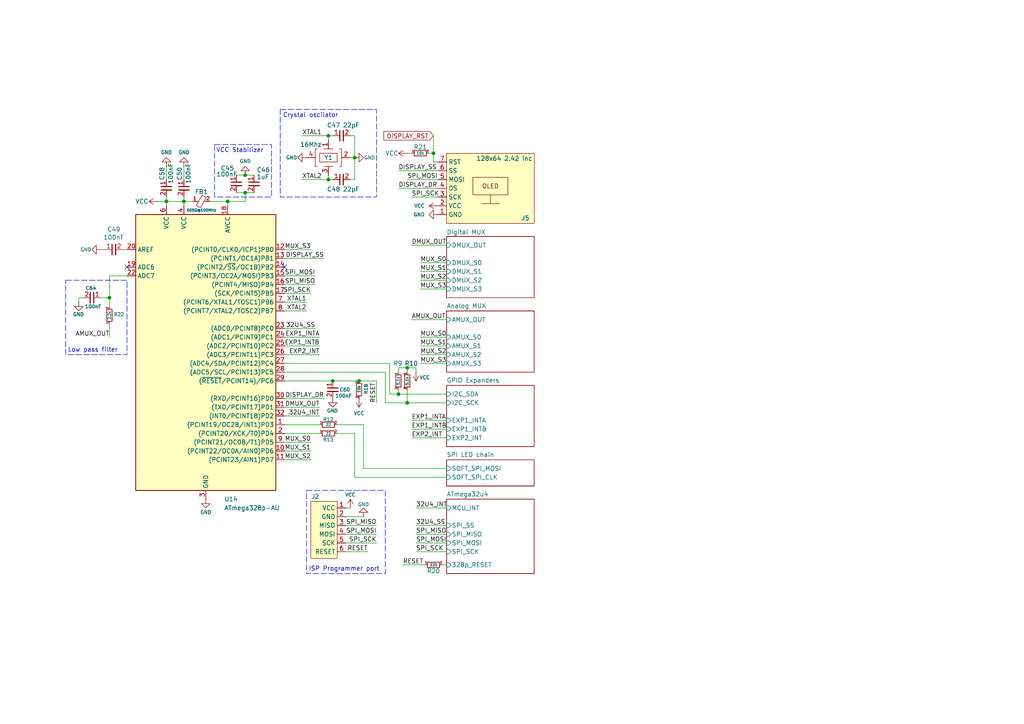
<source format=kicad_sch>
(kicad_sch (version 20250114) (generator "eeschema") (generator_version "9.0")
  (paper "A4")
  (lib_symbols
    (symbol "Symbols:16Mhz_Crystal"
      (property "Reference" "Y" (at 0 0 0))
      (symbol "16Mhz_Crystal_0_1"
        (polyline (pts (xy -3.81 1.27) (xy -3.81 2.54) (xy -3.175 2.54)))
        (polyline (pts (xy -3.81 -1.27) (xy -3.81 1.27)))
        (polyline (pts (xy -3.81 -1.27) (xy -3.81 -2.54) (xy -3.175 -2.54)))
        (rectangle (start -2.54 1.27) (end 2.54 -1.27))
        (polyline (pts (xy -1.27 2.54) (xy -1.27 2.54)))
        (polyline (pts (xy -1.27 2.54) (xy 1.27 2.54)))
        (polyline (pts (xy -1.27 -2.54) (xy 1.27 -2.54)))
        (polyline (pts (xy 3.81 1.27) (xy 3.81 -1.27)))
        (polyline (pts (xy 3.81 1.27) (xy 3.81 2.54) (xy 3.175 2.54)))
        (polyline (pts (xy 3.81 -1.27) (xy 3.81 -2.54) (xy 3.175 -2.54)))
      )
      (symbol "16Mhz_Crystal_1_1"
        (pin power_in line (at -6.35 0 0) (length 2.54) (name "") (number "4"))
        (pin bidirectional line (at 0 5.08 270) (length 2.54) (name "") (number "1"))
        (pin bidirectional line (at 0 -5.08 90) (length 2.54) (name "") (number "3"))
        (pin power_in line (at 6.35 0 180) (length 2.54) (name "") (number "2"))
      )
    )
    (symbol "Symbols:ATMEGA328P-AU"
      (property "Reference" "U" (at -21.336 43.18 0))
      (symbol "ATMEGA328P-AU_0_1"
        (polyline (pts (xy -2.54 38.1) (xy -2.54 38.1)))
      )
      (symbol "ATMEGA328P-AU_1_1"
        (rectangle (start -22.86 40.64) (end 17.78 -39.37) (stroke (width 0.254)) (fill (type color) (color 255 255 194 1)))
        (pin passive line (at -25.4 30.48 0) (length 2.54) (name "AREF") (number "20"))
        (pin input line (at -25.4 25.4 0) (length 2.54) (name "ADC6") (number "19"))
        (pin input line (at -25.4 22.86 0) (length 2.54) (name "ADC7") (number "22"))
        (pin power_in line (at -13.97 43.18 270) (length 2.54) (name "VCC") (number "6"))
        (pin power_in line (at -8.89 43.18 270) (length 2.54) (name "VCC") (number "4"))
        (pin power_in line (at -2.54 -41.91 90) (length 2.54) (name "GND") (number "3"))
        (pin power_in line (at 3.81 43.18 270) (length 2.54) (name "AVCC") (number "18"))
        (pin bidirectional line (at 20.32 30.48 180) (length 2.54) (name "(PCINT0/CLK0/ICP1)PB0") (number "12"))
        (pin bidirectional line (at 20.32 27.94 180) (length 2.54) (name "(PCINT1/OC1A)PB1") (number "13"))
        (pin bidirectional line (at 20.32 25.4 180) (length 2.54) (name "(PCINT2/~{SS}/OC1B)PB2") (number "14"))
        (pin bidirectional line (at 20.32 22.86 180) (length 2.54) (name "(PCINT3/OC2A/MOSI)PB3") (number "15"))
        (pin bidirectional line (at 20.32 20.32 180) (length 2.54) (name "(PCINT4/MISO)PB4") (number "16"))
        (pin bidirectional line (at 20.32 17.78 180) (length 2.54) (name "(SCK/PCINT5)PB5") (number "17"))
        (pin bidirectional line (at 20.32 15.24 180) (length 2.54) (name "(PCINT6/XTAL1/TOSC1)PB6") (number "7"))
        (pin bidirectional line (at 20.32 12.7 180) (length 2.54) (name "(PCINT7/XTAL2/TOSC2)PB7") (number "8"))
        (pin bidirectional line (at 20.32 7.62 180) (length 2.54) (name "(ADC0/PCINT8)PC0") (number "23"))
        (pin bidirectional line (at 20.32 5.08 180) (length 2.54) (name "(ADC1/PCINT9)PC1") (number "24"))
        (pin bidirectional line (at 20.32 2.54 180) (length 2.54) (name "(ADC2/PCINT10)PC2") (number "25"))
        (pin bidirectional line (at 20.32 0 180) (length 2.54) (name "(ADC3/PCINT11)PC3") (number "26"))
        (pin bidirectional line (at 20.32 -2.54 180) (length 2.54) (name "(ADC4/SDA/PCINT12)PC4") (number "27"))
        (pin bidirectional line (at 20.32 -5.08 180) (length 2.54) (name "(ADC5/SCL/PCINT13)PC5") (number "28"))
        (pin bidirectional line (at 20.32 -7.62 180) (length 2.54) (name "(~{RESET}/PCINT14)/PC6") (number "29"))
        (pin bidirectional line (at 20.32 -12.7 180) (length 2.54) (name "(RXD/PCINT16)PD0") (number "30"))
        (pin bidirectional line (at 20.32 -15.24 180) (length 2.54) (name "(TXD/PCINT17)PD1") (number "31"))
        (pin bidirectional line (at 20.32 -17.78 180) (length 2.54) (name "(INT0/PCINT18)PD2") (number "32"))
        (pin bidirectional line (at 20.32 -20.32 180) (length 2.54) (name "(PCINT19/OC2B/INT1)PD3") (number "1"))
        (pin bidirectional line (at 20.32 -22.86 180) (length 2.54) (name "(PCINT20/XCK/T0)PD4") (number "2"))
        (pin bidirectional line (at 20.32 -25.4 180) (length 2.54) (name "(PCINT21/OC0B/T1)PD5") (number "9"))
        (pin bidirectional line (at 20.32 -27.94 180) (length 2.54) (name "(PCINT22/OC0A/AIN0)PD6") (number "10"))
        (pin bidirectional line (at 20.32 -30.48 180) (length 2.54) (name "(PCINT23/AIN1)PD7") (number "11"))
      )
    )
    (symbol "Symbols:Capacitor 0603"
      (property "Reference" "C" (at -3.048 0 90))
      (symbol "Capacitor 0603_0_1"
        (polyline (pts (xy -1.524 0.508) (xy 1.524 0.508)) (stroke (width 0.3048)))
        (polyline (pts (xy -1.524 -0.508) (xy 1.524 -0.508)) (stroke (width 0.3302)))
      )
      (symbol "Capacitor 0603_1_1"
        (pin passive line (at 0 2.54 270) (length 2.032) (name "~") (number "1"))
        (pin passive line (at 0 -2.54 90) (length 2.032) (name "~") (number "2"))
      )
    )
    (symbol "Symbols:Ferrite_beat"
      (property "Reference" "FB" (at 3.302 0 0))
      (symbol "Ferrite_beat_0_1"
        (polyline (pts (xy -1.8288 0.2794) (xy -1.1176 1.4986) (xy 1.8288 -0.2032) (xy 1.1176 -1.4224) (xy -1.8288 0.2794)))
        (polyline (pts (xy 0 0.889) (xy 0 1.2954)))
        (polyline (pts (xy 0 -1.27) (xy 0 -0.7874)))
      )
      (symbol "Ferrite_beat_1_1"
        (pin passive line (at 0 2.54 270) (length 1.27) (name "~") (number "1"))
        (pin passive line (at 0 -2.54 90) (length 1.27) (name "~") (number "2"))
      )
    )
    (symbol "Symbols:GND" (power) (pin_numbers (hide yes)) (pin_names (hide yes))
      (property "Value" "GND" (at 0 -3.302 0))
      (symbol "GND_0_1"
        (polyline (pts (xy 0 0) (xy 0 -1.27) (xy 1.27 -1.27) (xy 0 -2.54) (xy -1.27 -1.27) (xy 0 -1.27)))
      )
      (symbol "GND_1_1"
        (pin power_in line (at 0 0 270) (length 0) (name "~") (number ""))
      )
    )
    (symbol "Symbols:ISP_Port"
      (property "Reference" "J" (at -1.524 9.652 0))
      (symbol "ISP_Port_1_1"
        (rectangle (start -5.08 8.255) (end 2.54 -8.255) (fill (type background)))
        (pin passive line (at 5.08 6.35 180) (length 2.54) (name "VCC") (number "1"))
        (pin passive line (at 5.08 3.81 180) (length 2.54) (name "GND") (number "2"))
        (pin passive line (at 5.08 1.27 180) (length 2.54) (name "MISO") (number "3"))
        (pin passive line (at 5.08 -1.27 180) (length 2.54) (name "MOSI") (number "4"))
        (pin passive line (at 5.08 -3.81 180) (length 2.54) (name "SCK") (number "5"))
        (pin passive line (at 5.08 -6.35 180) (length 2.54) (name "RESET") (number "6"))
      )
    )
    (symbol "Symbols:Resistor 0603"
      (property "Reference" "R" (at -2.032 0 90))
      (symbol "Resistor 0603_0_1"
        (rectangle (start -0.762 1.778) (end 0.762 -1.778) (stroke (width 0.2032)))
      )
      (symbol "Resistor 0603_1_1"
        (pin passive line (at 0 2.54 270) (length 0.762) (name "~") (number "1"))
        (pin passive line (at 0 -2.54 90) (length 0.762) (name "~") (number "2"))
      )
    )
    (symbol "Symbols:SPI_OLED_Display"
      (property "Reference" "U" (at 11.176 8.382 0))
      (property "Value" "128x64 2.42 inc" (at 4.064 -8.382 0))
      (symbol "SPI_OLED_Display_0_1"
        (rectangle (start 5.08 -1.905) (end -5.08 3.175))
      )
      (symbol "SPI_OLED_Display_1_1"
        (rectangle (start -12.7 10.16) (end 12.7 -10.16) (fill (type background)))
        (polyline (pts (xy 0 -1.905) (xy 0 -4.445) (xy -2.54 -4.445) (xy 2.54 -4.445) (xy 0 -4.445) (xy 0 -1.905)))
        (text "OLED" (at 0 0.635 0) (effects (font (size 1.27 1.27))))
        (pin input line (at -15.24 7.62 0) (length 2.54) (name "RST") (number "7"))
        (pin input line (at -15.24 5.08 0) (length 2.54) (name "SS") (number "6"))
        (pin input line (at -15.24 2.54 0) (length 2.54) (name "MOSI") (number "5"))
        (pin input line (at -15.24 0 0) (length 2.54) (name "DS") (number "4"))
        (pin input line (at -15.24 -2.54 0) (length 2.54) (name "SCK") (number "3"))
        (pin power_in line (at -15.24 -5.08 0) (length 2.54) (name "VCC") (number "2"))
        (pin power_in line (at -15.24 -7.62 0) (length 2.54) (name "GND") (number "1"))
      )
    )
    (symbol "Symbols:VCC" (power) (pin_numbers (hide yes)) (pin_names (hide yes))
      (property "Value" "VCC" (at 0 3.81 0))
      (symbol "VCC_0_1"
        (polyline (pts (xy -0.762 1.27) (xy 0 2.54)))
        (polyline (pts (xy 0 2.54) (xy 0.762 1.27)))
        (polyline (pts (xy 0 0) (xy 0 2.54)))
      )
      (symbol "VCC_1_1"
        (pin power_in line (at 0 0 90) (length 0) (name "~") (number ""))
      )
    )
  )
  (rectangle (start 19.05 81.28) (end 36.83 102.87) (stroke (width 0) (type dash)))
  (rectangle (start 62.23 41.91) (end 78.74 57.15) (stroke (width 0) (type dash)))
  (rectangle (start 81.28 31.75) (end 109.22 57.15) (stroke (width 0) (type dash)))
  (rectangle (start 88.9 142.24) (end 111.76 166.37) (stroke (width 0) (type dash)))
  (text "ISP Programmer port\n" (at 99.822 165.1 0) (effects (font (size 1.27 1.27))))
  (text "Crystal oscilator" (at 82.042 33.528 0) (effects (font (size 1.27 1.27)) (justify left)))
  (text "Low pass filter\n" (at 26.924 101.6 0) (effects (font (size 1.27 1.27))))
  (text "VCC Stabilizer\n" (at 69.596 43.688 0) (effects (font (size 1.27 1.27))))
  (junction (at 118.11 116.84))
  (junction (at 53.34 58.42))
  (junction (at 95.25 39.37))
  (junction (at 71.12 50.8))
  (junction (at 96.52 110.49))
  (junction (at 71.12 55.88))
  (junction (at 115.57 114.3))
  (junction (at 118.11 106.68))
  (junction (at 48.26 58.42))
  (junction (at 95.25 52.07))
  (junction (at 66.04 58.42))
  (junction (at 125.73 44.45))
  (junction (at 31.75 86.36))
  (junction (at 104.14 110.49))
  (junction (at 102.87 45.72))
  (no_connect (at 36.83 77.47))
  (no_connect (at 82.55 77.47))
  (wire (pts (xy 118.11 116.84) (xy 129.54 116.84)))
  (wire (pts (xy 102.87 45.72) (xy 102.87 52.07)))
  (wire (pts (xy 120.65 157.48) (xy 129.54 157.48)))
  (wire (pts (xy 105.41 123.19) (xy 105.41 135.89)))
  (wire (pts (xy 113.03 114.3) (xy 115.57 114.3)))
  (wire (pts (xy 82.55 105.41) (xy 113.03 105.41)))
  (wire (pts (xy 29.21 72.39) (xy 30.48 72.39)))
  (wire (pts (xy 118.11 106.68) (xy 118.11 107.95)))
  (wire (pts (xy 102.87 39.37) (xy 102.87 45.72)))
  (wire (pts (xy 120.65 160.02) (xy 129.54 160.02)))
  (wire (pts (xy 100.33 157.48) (xy 109.22 157.48)))
  (wire (pts (xy 71.12 55.88) (xy 73.66 55.88)))
  (wire (pts (xy 100.33 149.86) (xy 105.41 149.86)))
  (wire (pts (xy 125.73 46.99) (xy 127 46.99)))
  (wire (pts (xy 119.38 124.46) (xy 129.54 124.46)))
  (wire (pts (xy 100.33 154.94) (xy 109.22 154.94)))
  (wire (pts (xy 100.33 152.4) (xy 109.22 152.4)))
  (wire (pts (xy 118.11 44.45) (xy 119.38 44.45)))
  (wire (pts (xy 71.12 55.88) (xy 71.12 58.42)))
  (wire (pts (xy 95.25 52.07) (xy 95.25 50.8)))
  (wire (pts (xy 121.92 102.87) (xy 129.54 102.87)))
  (wire (pts (xy 68.58 55.88) (xy 71.12 55.88)))
  (wire (pts (xy 115.57 113.03) (xy 115.57 114.3)))
  (wire (pts (xy 96.52 110.49) (xy 104.14 110.49)))
  (wire (pts (xy 97.79 123.19) (xy 105.41 123.19)))
  (wire (pts (xy 125.73 44.45) (xy 125.73 39.37)))
  (wire (pts (xy 87.63 39.37) (xy 95.25 39.37)))
  (wire (pts (xy 121.92 81.28) (xy 129.54 81.28)))
  (wire (pts (xy 116.84 163.83) (xy 123.19 163.83)))
  (wire (pts (xy 104.14 110.49) (xy 109.22 110.49)))
  (wire (pts (xy 82.55 115.57) (xy 93.98 115.57)))
  (wire (pts (xy 121.92 105.41) (xy 129.54 105.41)))
  (wire (pts (xy 124.46 44.45) (xy 125.73 44.45)))
  (wire (pts (xy 115.57 54.61) (xy 127 54.61)))
  (wire (pts (xy 118.11 113.03) (xy 118.11 116.84)))
  (wire (pts (xy 105.41 135.89) (xy 129.54 135.89)))
  (wire (pts (xy 96.52 52.07) (xy 95.25 52.07)))
  (wire (pts (xy 119.38 71.12) (xy 129.54 71.12)))
  (wire (pts (xy 48.26 58.42) (xy 48.26 59.69)))
  (wire (pts (xy 101.6 39.37) (xy 102.87 39.37)))
  (wire (pts (xy 115.57 106.68) (xy 115.57 107.95)))
  (wire (pts (xy 121.92 78.74) (xy 129.54 78.74)))
  (wire (pts (xy 82.55 120.65) (xy 92.71 120.65)))
  (wire (pts (xy 82.55 133.35) (xy 90.17 133.35)))
  (wire (pts (xy 82.55 102.87) (xy 92.71 102.87)))
  (wire (pts (xy 82.55 74.93) (xy 93.98 74.93)))
  (wire (pts (xy 82.55 80.01) (xy 91.44 80.01)))
  (wire (pts (xy 53.34 58.42) (xy 55.88 58.42)))
  (wire (pts (xy 36.83 80.01) (xy 31.75 80.01)))
  (wire (pts (xy 101.6 52.07) (xy 102.87 52.07)))
  (wire (pts (xy 115.57 114.3) (xy 129.54 114.3)))
  (wire (pts (xy 82.55 118.11) (xy 92.71 118.11)))
  (wire (pts (xy 82.55 85.09) (xy 90.17 85.09)))
  (wire (pts (xy 82.55 125.73) (xy 92.71 125.73)))
  (wire (pts (xy 48.26 48.26) (xy 48.26 52.07)))
  (wire (pts (xy 100.33 160.02) (xy 106.68 160.02)))
  (wire (pts (xy 125.73 46.99) (xy 125.73 44.45)))
  (wire (pts (xy 128.27 163.83) (xy 129.54 163.83)))
  (wire (pts (xy 113.03 105.41) (xy 113.03 114.3)))
  (wire (pts (xy 82.55 123.19) (xy 92.71 123.19)))
  (wire (pts (xy 95.25 40.64) (xy 95.25 39.37)))
  (wire (pts (xy 45.72 58.42) (xy 48.26 58.42)))
  (wire (pts (xy 31.75 86.36) (xy 29.21 86.36)))
  (wire (pts (xy 119.38 57.15) (xy 127 57.15)))
  (wire (pts (xy 71.12 50.8) (xy 73.66 50.8)))
  (wire (pts (xy 120.65 152.4) (xy 129.54 152.4)))
  (wire (pts (xy 82.55 95.25) (xy 91.44 95.25)))
  (wire (pts (xy 120.65 106.68) (xy 120.65 107.95)))
  (wire (pts (xy 121.92 100.33) (xy 129.54 100.33)))
  (wire (pts (xy 120.65 154.94) (xy 129.54 154.94)))
  (wire (pts (xy 119.38 127) (xy 129.54 127)))
  (wire (pts (xy 100.33 147.32) (xy 101.6 147.32)))
  (wire (pts (xy 31.75 86.36) (xy 31.75 88.9)))
  (wire (pts (xy 120.65 147.32) (xy 129.54 147.32)))
  (wire (pts (xy 60.96 58.42) (xy 66.04 58.42)))
  (wire (pts (xy 82.55 100.33) (xy 92.71 100.33)))
  (wire (pts (xy 82.55 110.49) (xy 96.52 110.49)))
  (wire (pts (xy 115.57 49.53) (xy 127 49.53)))
  (wire (pts (xy 82.55 87.63) (xy 88.9 87.63)))
  (wire (pts (xy 53.34 58.42) (xy 53.34 59.69)))
  (wire (pts (xy 101.6 45.72) (xy 102.87 45.72)))
  (wire (pts (xy 111.76 107.95) (xy 111.76 116.84)))
  (wire (pts (xy 68.58 50.8) (xy 71.12 50.8)))
  (wire (pts (xy 121.92 83.82) (xy 129.54 83.82)))
  (wire (pts (xy 102.87 138.43) (xy 129.54 138.43)))
  (wire (pts (xy 87.63 52.07) (xy 95.25 52.07)))
  (wire (pts (xy 82.55 97.79) (xy 92.71 97.79)))
  (wire (pts (xy 31.75 93.98) (xy 31.75 97.79)))
  (wire (pts (xy 95.25 39.37) (xy 96.52 39.37)))
  (wire (pts (xy 82.55 82.55) (xy 91.44 82.55)))
  (wire (pts (xy 82.55 128.27) (xy 90.17 128.27)))
  (wire (pts (xy 115.57 106.68) (xy 118.11 106.68)))
  (wire (pts (xy 22.86 86.36) (xy 24.13 86.36)))
  (wire (pts (xy 66.04 58.42) (xy 71.12 58.42)))
  (wire (pts (xy 31.75 80.01) (xy 31.75 86.36)))
  (wire (pts (xy 121.92 76.2) (xy 129.54 76.2)))
  (wire (pts (xy 102.87 125.73) (xy 102.87 138.43)))
  (wire (pts (xy 121.92 97.79) (xy 129.54 97.79)))
  (wire (pts (xy 82.55 72.39) (xy 90.17 72.39)))
  (wire (pts (xy 119.38 121.92) (xy 129.54 121.92)))
  (wire (pts (xy 82.55 130.81) (xy 90.17 130.81)))
  (wire (pts (xy 82.55 107.95) (xy 111.76 107.95)))
  (wire (pts (xy 109.22 110.49) (xy 109.22 116.84)))
  (wire (pts (xy 53.34 57.15) (xy 53.34 58.42)))
  (wire (pts (xy 53.34 48.26) (xy 53.34 52.07)))
  (wire (pts (xy 22.86 87.63) (xy 22.86 86.36)))
  (wire (pts (xy 82.55 90.17) (xy 88.9 90.17)))
  (wire (pts (xy 119.38 92.71) (xy 129.54 92.71)))
  (wire (pts (xy 35.56 72.39) (xy 36.83 72.39)))
  (wire (pts (xy 97.79 125.73) (xy 102.87 125.73)))
  (wire (pts (xy 111.76 116.84) (xy 118.11 116.84)))
  (wire (pts (xy 66.04 58.42) (xy 66.04 59.69)))
  (wire (pts (xy 118.11 106.68) (xy 120.65 106.68)))
  (wire (pts (xy 118.11 52.07) (xy 127 52.07)))
  (wire (pts (xy 48.26 58.42) (xy 53.34 58.42)))
  (wire (pts (xy 48.26 57.15) (xy 48.26 58.42)))
  (label "EXP1_INTB" (at 119.38 124.46 0))
  (label "SPI_MOSI" (at 118.11 52.07 0))
  (label "DMUX_OUT" (at 119.38 71.12 0))
  (label "MUX_S0" (at 90.17 128.27 180))
  (label "SPI_SCK" (at 109.22 157.48 180))
  (label "SPI_MOSI" (at 120.65 157.48 0))
  (label "SPI_MOSI" (at 109.22 154.94 180))
  (label "DMUX_OUT" (at 92.71 118.11 180))
  (label "SPI_SCK" (at 119.38 57.15 0))
  (label "MUX_S1" (at 121.92 100.33 0))
  (label "MUX_S2" (at 121.92 102.87 0))
  (label "MUX_S2" (at 121.92 81.28 0))
  (label "SPI_MOSI" (at 91.44 80.01 180))
  (label "SPI_MISO" (at 109.22 152.4 180))
  (label "32U4_SS" (at 120.65 152.4 0))
  (label "DISPLAY_DR" (at 93.98 115.57 180))
  (label "RESET" (at 106.68 160.02 180))
  (label "RESET" (at 116.84 163.83 0))
  (label "MUX_S1" (at 121.92 78.74 0))
  (label "AMUX_OUT" (at 119.38 92.71 0))
  (label "MUX_S3" (at 90.17 72.39 180))
  (label "32U4_INT" (at 120.65 147.32 0))
  (label "XTAL2" (at 87.63 52.07 0))
  (label "DISPLAY_SS" (at 115.57 49.53 0))
  (label "XTAL2" (at 88.9 90.17 180))
  (label "EXP1_INTB" (at 92.71 100.33 180))
  (label "MUX_S3" (at 121.92 105.41 0))
  (label "MUX_S2" (at 90.17 133.35 180))
  (label "MUX_S0" (at 121.92 76.2 0))
  (label "XTAL1" (at 88.9 87.63 180))
  (label "RESET" (at 109.22 116.84 90))
  (label "SPI_MISO" (at 120.65 154.94 0))
  (label "MUX_S1" (at 90.17 130.81 180))
  (label "MUX_S0" (at 121.92 97.79 0))
  (label "SPI_SCK" (at 120.65 160.02 0))
  (label "EXP2_INT" (at 92.71 102.87 180))
  (label "MUX_S3" (at 121.92 83.82 0))
  (label "DISPLAY_SS" (at 93.98 74.93 180))
  (label "SPI_SCK" (at 90.17 85.09 180))
  (label "AMUX_OUT" (at 31.75 97.79 180))
  (label "EXP2_INT" (at 119.38 127 0))
  (label "32U4_SS" (at 91.44 95.25 180))
  (label "DISPLAY_DR" (at 115.57 54.61 0))
  (label "EXP1_INTA" (at 119.38 121.92 0))
  (label "SPI_MISO" (at 91.44 82.55 180))
  (label "32U4_INT" (at 92.71 120.65 180))
  (label "XTAL1" (at 87.63 39.37 0))
  (label "EXP1_INTA" (at 92.71 97.79 180))
  (global_label "DISPLAY_RST" (shape input) (at 125.73 39.37 180) (property "Intersheetrefs" "${INTERSHEET_REFS}" (effects (hide yes))))
  (symbol (lib_id "Symbols:Resistor 0603") (at 95.25 125.73 90) (unit 1)
    (property "Reference" "R13" (at 96.774 127.508 90) (effects (font (size 1.016 1.016)) (justify left)))
    (property "Value" "22" (at 95.25 125.73 90) (effects (font (size 0.762 0.762))))
    (property "Footprint" "Footprints:0603_R" (effects (hide yes)))
  )
  (symbol (lib_id "Symbols:VCC") (at 127 59.69 90) (unit 1)
    (property "Reference" "#PWR0124" (effects (hide yes)))
    (property "Value" "VCC" (at 123.19 59.6899 90) (effects (font (size 1.016 1.016)) (justify left)))
  )
  (symbol (lib_id "Symbols:GND") (at 59.69 144.78 0) (unit 1)
    (property "Reference" "#PWR0127" (effects (hide yes)))
    (property "Value" "GND" (at 59.69 148.59 0) (effects (font (size 1.016 1.016))))
  )
  (symbol (lib_id "Symbols:16Mhz_Crystal") (at 95.25 45.72 0) (unit 1)
    (property "Reference" "Y1" (at 95.25 45.72 0))
    (property "Value" "16Mhz" (at 90.17 41.91 0))
    (property "Footprint" "Footprints:Crystal Oscillator 16MHz" (effects (hide yes)))
  )
  (symbol (lib_id "Symbols:Capacitor 0603") (at 96.52 113.03 0) (unit 1)
    (property "Reference" "C60" (at 101.6 113.03 0) (effects (font (size 1.016 1.016)) (justify right)))
    (property "Value" "100nF" (at 102.108 114.808 0) (effects (font (size 1.016 1.016)) (justify right)))
    (property "Footprint" "Footprints:0603_C" (effects (hide yes)))
  )
  (symbol (lib_id "Symbols:VCC") (at 45.72 58.42 90) (unit 1)
    (property "Reference" "#PWR0128" (effects (hide yes)))
    (property "Value" "VCC" (at 41.148 58.42 90))
  )
  (symbol (lib_id "Symbols:GND") (at 88.9 45.72 270) (unit 1)
    (property "Reference" "#PWR0125" (effects (hide yes)))
    (property "Value" "GND" (at 84.582 45.72 90) (effects (font (size 1.016 1.016))))
  )
  (symbol (lib_id "Symbols:Capacitor 0603") (at 48.26 54.61 0) (unit 1)
    (property "Reference" "C58" (at 46.99 52.324 90) (effects (justify left)))
    (property "Value" "100nF" (at 49.53 53.34 90) (effects (justify left)))
    (property "Footprint" "Footprints:0603_C" (effects (hide yes)))
  )
  (symbol (lib_id "Symbols:Capacitor 0603") (at 99.06 39.37 90) (unit 1)
    (property "Reference" "C47" (at 96.774 36.322 90))
    (property "Value" "22pF" (at 101.854 36.322 90))
    (property "Footprint" "Footprints:0603_C" (effects (hide yes)))
  )
  (symbol (lib_id "Symbols:GND") (at 127 62.23 270) (unit 1)
    (property "Reference" "#PWR0114" (effects (hide yes)))
    (property "Value" "GND" (at 123.19 62.2299 90) (effects (font (size 1.016 1.016)) (justify right)))
  )
  (symbol (lib_id "Symbols:GND") (at 53.34 48.26 180) (unit 1)
    (property "Reference" "#PWR0130" (effects (hide yes)))
    (property "Value" "GND" (at 53.34 44.196 0) (effects (font (size 1.016 1.016))))
  )
  (symbol (lib_id "Symbols:ATMEGA328P-AU") (at 62.23 102.87 0) (unit 1)
    (property "Reference" "U14" (at 65.024 144.78 0) (effects (justify left)))
    (property "Value" "ATmega328p-AU" (at 65.024 147.32 0) (effects (justify left)))
    (property "Footprint" "Footprints:ATMEGA328P-AU" (effects (hide yes)))
  )
  (symbol (lib_id "Symbols:Capacitor 0603") (at 99.06 52.07 90) (unit 1)
    (property "Reference" "C48" (at 96.774 54.864 90))
    (property "Value" "22pF" (at 101.854 54.864 90))
    (property "Footprint" "Footprints:0603_C" (effects (hide yes)))
  )
  (symbol (lib_id "Symbols:Ferrite_beat") (at 58.42 58.42 90) (unit 1)
    (property "Reference" "FB1" (at 58.42 55.626 90))
    (property "Value" "600Ω@100MHz" (at 58.42 60.96 90) (effects (font (size 0.762 0.762))))
    (property "Footprint" "Footprints:0603_FB" (effects (hide yes)))
  )
  (symbol (lib_id "Symbols:Capacitor 0603") (at 73.66 53.34 0) (unit 1)
    (property "Reference" "C46" (at 74.422 49.2822 0) (effects (justify left)))
    (property "Value" "1uF" (at 74.422 51.308 0) (effects (justify left)))
    (property "Footprint" "Footprints:0603_C" (effects (hide yes)))
  )
  (symbol (lib_id "Symbols:Resistor 0603") (at 95.25 123.19 90) (unit 1)
    (property "Reference" "R12" (at 96.774 121.666 90) (effects (font (size 1.016 1.016)) (justify left)))
    (property "Value" "22" (at 95.25 123.19 90) (effects (font (size 0.762 0.762))))
    (property "Footprint" "Footprints:0603_R" (effects (hide yes)))
  )
  (symbol (lib_id "Symbols:GND") (at 71.12 50.8 180) (unit 1)
    (property "Reference" "#PWR0113" (effects (hide yes)))
    (property "Value" "GND" (at 71.12 46.736 0) (effects (font (size 1.016 1.016))))
  )
  (symbol (lib_id "Symbols:Capacitor 0603") (at 26.67 86.36 270) (unit 1)
    (property "Reference" "C64" (at 27.94 83.566 90) (effects (font (size 1.016 1.016)) (justify right)))
    (property "Value" "100nF" (at 29.464 88.9 90) (effects (font (size 1.016 1.016)) (justify right)))
    (property "Footprint" "Footprints:0603_C" (effects (hide yes)))
  )
  (symbol (lib_id "Symbols:GND") (at 105.41 149.86 180) (unit 1)
    (property "Reference" "#PWR0146" (effects (hide yes)))
    (property "Value" "GND" (at 105.41 146.304 0) (effects (font (size 1.016 1.016))))
  )
  (symbol (lib_id "Symbols:Resistor 0603") (at 118.11 110.49 0) (unit 1)
    (property "Reference" "R10" (at 117.348 105.41 0) (effects (justify left)))
    (property "Value" "5.1k" (at 118.11 111.76 90) (effects (font (size 0.762 0.762)) (justify left)))
    (property "Footprint" "Footprints:0603_R" (effects (hide yes)))
  )
  (symbol (lib_id "Symbols:Capacitor 0603") (at 53.34 54.61 0) (unit 1)
    (property "Reference" "C50" (at 52.07 52.324 90) (effects (justify left)))
    (property "Value" "100nF" (at 54.61 53.34 90) (effects (justify left)))
    (property "Footprint" "Footprints:0603_C" (effects (hide yes)))
  )
  (symbol (lib_id "Symbols:GND") (at 96.52 115.57 0) (unit 1)
    (property "Reference" "#PWR0148" (effects (hide yes)))
    (property "Value" "GND" (at 98.044 119.126 0) (effects (font (size 1.016 1.016)) (justify right)))
  )
  (symbol (lib_id "Symbols:VCC") (at 101.6 147.32 0) (unit 1)
    (property "Reference" "#PWR0147" (effects (hide yes)))
    (property "Value" "VCC" (at 101.6 143.51 0) (effects (font (size 1.016 1.016))))
  )
  (symbol (lib_id "Symbols:GND") (at 22.86 87.63 0) (unit 1)
    (property "Reference" "#PWR0159" (effects (hide yes)))
    (property "Value" "GND" (at 24.384 91.186 0) (effects (font (size 1.016 1.016)) (justify right)))
  )
  (symbol (lib_id "Symbols:VCC") (at 118.11 44.45 90) (unit 1)
    (property "Reference" "#PWR0158" (effects (hide yes)))
    (property "Value" "VCC" (at 115.57 44.45 90) (effects (justify left)))
  )
  (symbol (lib_id "Symbols:VCC") (at 104.14 115.57 180) (unit 1)
    (property "Reference" "#PWR0149" (effects (hide yes)))
    (property "Value" "VCC" (at 104.14 119.888 0) (effects (font (size 1.016 1.016))))
  )
  (symbol (lib_id "Symbols:Capacitor 0603") (at 33.02 72.39 90) (unit 1)
    (property "Reference" "C49" (at 33.02 66.548 90))
    (property "Value" "100nF" (at 33.02 68.834 90))
    (property "Footprint" "Footprints:0603_C" (effects (hide yes)))
  )
  (symbol (lib_id "Symbols:GND") (at 48.26 48.26 180) (unit 1)
    (property "Reference" "#PWR0145" (effects (hide yes)))
    (property "Value" "GND" (at 48.26 44.196 0) (effects (font (size 1.016 1.016))))
  )
  (symbol (lib_id "Symbols:Resistor 0603") (at 104.14 113.03 180) (unit 1)
    (property "Reference" "R18" (at 106.172 111.252 90) (effects (font (size 1.016 1.016)) (justify left)))
    (property "Value" "10k" (at 104.14 111.76 90) (effects (font (size 0.762 0.762)) (justify left)))
    (property "Footprint" "Footprints:0603_R" (effects (hide yes)))
  )
  (symbol (lib_id "Symbols:Resistor 0603") (at 125.73 163.83 90) (unit 1)
    (property "Reference" "R20" (at 125.73 165.608 90))
    (property "Value" "330" (at 125.73 163.83 90) (effects (font (size 0.762 0.762))))
    (property "Footprint" "Footprints:0603_R" (effects (hide yes)))
  )
  (symbol (lib_id "Symbols:Resistor 0603") (at 31.75 91.44 180) (unit 1)
    (property "Reference" "R22" (at 36.068 91.186 0) (effects (font (size 1.016 1.016)) (justify left)))
    (property "Value" "2.2k" (at 31.75 90.17 90) (effects (font (size 0.762 0.762)) (justify left)))
    (property "Footprint" "Footprints:0603_R" (effects (hide yes)))
  )
  (symbol (lib_id "Symbols:Resistor 0603") (at 115.57 110.49 0) (unit 1)
    (property "Reference" "R9" (at 114.046 105.41 0) (effects (justify left)))
    (property "Value" "5.1k" (at 115.57 111.76 90) (effects (font (size 0.762 0.762)) (justify left)))
    (property "Footprint" "Footprints:0603_R" (effects (hide yes)))
  )
  (symbol (lib_id "Symbols:ISP_Port") (at 95.25 153.67 0) (unit 1)
    (property "Reference" "J2" (at 91.44 144.018 0))
    (property "Footprint" "Footprints:ISP port" (effects (hide yes)))
  )
  (symbol (lib_id "Symbols:VCC") (at 120.65 107.95 180) (unit 1)
    (property "Reference" "#PWR0105" (effects (hide yes)))
    (property "Value" "VCC" (at 123.19 109.474 0) (effects (font (size 1.016 1.016))))
  )
  (symbol (lib_id "Symbols:Capacitor 0603") (at 68.58 53.34 0) (unit 1)
    (property "Reference" "C45" (at 64.008 48.768 0) (effects (justify left)))
    (property "Value" "100nF" (at 62.738 50.546 0) (effects (justify left)))
    (property "Footprint" "Footprints:0603_C" (effects (hide yes)))
  )
  (symbol (lib_id "Symbols:GND") (at 29.21 72.39 270) (unit 1)
    (property "Reference" "#PWR0129" (effects (hide yes)))
    (property "Value" "GND" (at 24.892 72.39 90) (effects (font (size 1.016 1.016))))
  )
  (symbol (lib_id "Symbols:SPI_OLED_Display") (at 142.24 54.61 0) (unit 1)
    (property "Reference" "J5" (at 152.4 63.246 0))
    (property "Value" "128x64 2.42 inc" (at 146.304 45.974 0))
    (property "Footprint" "Footprints:SPI Screen PinHeader" (effects (hide yes)))
  )
  (symbol (lib_id "Symbols:Resistor 0603") (at 121.92 44.45 90) (unit 1)
    (property "Reference" "R21" (at 121.92 42.672 90))
    (property "Value" "10k" (at 121.92 44.45 90) (effects (font (size 0.762 0.762))))
    (property "Footprint" "Footprints:0603_R" (effects (hide yes)))
  )
  (symbol (lib_id "Symbols:GND") (at 102.87 45.72 90) (unit 1)
    (property "Reference" "#PWR0126" (effects (hide yes)))
    (property "Value" "GND" (at 107.188 45.72 90) (effects (font (size 1.016 1.016))))
  )
  (sheet (at 129.54 68.58) (size 25.4 17.78) (stroke (width 0.1524))
    (property "Sheetname" "Digital MUX" (at 129.54 68.072 0) (effects (justify left bottom)))
    (property "Sheetfile" "schematic_pages/digital_mux.kicad_sch" (effects (hide yes)))
    (pin "DMUX_OUT" input (at 129.54 71.12 180))
    (pin "DMUX_S0" input (at 129.54 76.2 180))
    (pin "DMUX_S1" input (at 129.54 78.74 180))
    (pin "DMUX_S2" input (at 129.54 81.28 180))
    (pin "DMUX_S3" input (at 129.54 83.82 180))
  )
  (sheet (at 129.54 90.17) (size 25.4 17.78) (stroke (width 0.1524))
    (property "Sheetname" "Analog MUX" (at 129.54 89.4584 0) (effects (justify left bottom)))
    (property "Sheetfile" "schematic_pages/analog_mux.kicad_sch" (effects (hide yes)))
    (pin "AMUX_OUT" input (at 129.54 92.71 180))
    (pin "AMUX_S0" input (at 129.54 97.79 180))
    (pin "AMUX_S1" input (at 129.54 100.33 180))
    (pin "AMUX_S2" input (at 129.54 102.87 180))
    (pin "AMUX_S3" input (at 129.54 105.41 180))
  )
  (sheet (at 129.54 144.78) (size 25.4 21.59) (stroke (width 0.1524))
    (property "Sheetname" "ATmega32u4" (at 129.54 144.0684 0) (effects (justify left bottom)))
    (property "Sheetfile" "schematic_pages/MCU_32u4.kicad_sch" (effects (hide yes)))
    (pin "SPI_MISO" input (at 129.54 154.94 180))
    (pin "SPI_MOSI" input (at 129.54 157.48 180))
    (pin "SPI_SCK" input (at 129.54 160.02 180))
    (pin "SPI_SS" input (at 129.54 152.4 180))
    (pin "MCU_INT" input (at 129.54 147.32 180))
    (pin "328p_RESET" input (at 129.54 163.83 180))
  )
  (sheet (at 129.54 133.35) (size 25.4 7.62) (stroke (width 0.1524))
    (property "Sheetname" "SPI LED chain" (at 129.54 132.6384 0) (effects (justify left bottom)))
    (property "Sheetfile" "schematic_pages/SPI_LED_chain.kicad_sch" (effects (hide yes)))
    (pin "SOFT_SPI_CLK" input (at 129.54 138.43 180))
    (pin "SOFT_SPI_MOSI" input (at 129.54 135.89 180))
  )
  (sheet (at 129.54 111.76) (size 25.4 17.78) (stroke (width 0.1524))
    (property "Sheetname" "GPIO Expanders" (at 129.54 111.0484 0) (effects (justify left bottom)))
    (property "Sheetfile" "schematic_pages/expanders.kicad_sch" (effects (hide yes)))
    (pin "EXP1_INTA" input (at 129.54 121.92 180))
    (pin "EXP1_INTB" input (at 129.54 124.46 180))
    (pin "I2C_SCK" input (at 129.54 116.84 180))
    (pin "I2C_SDA" input (at 129.54 114.3 180))
    (pin "EXP2_INT" input (at 129.54 127 180))
  )
)
</source>
